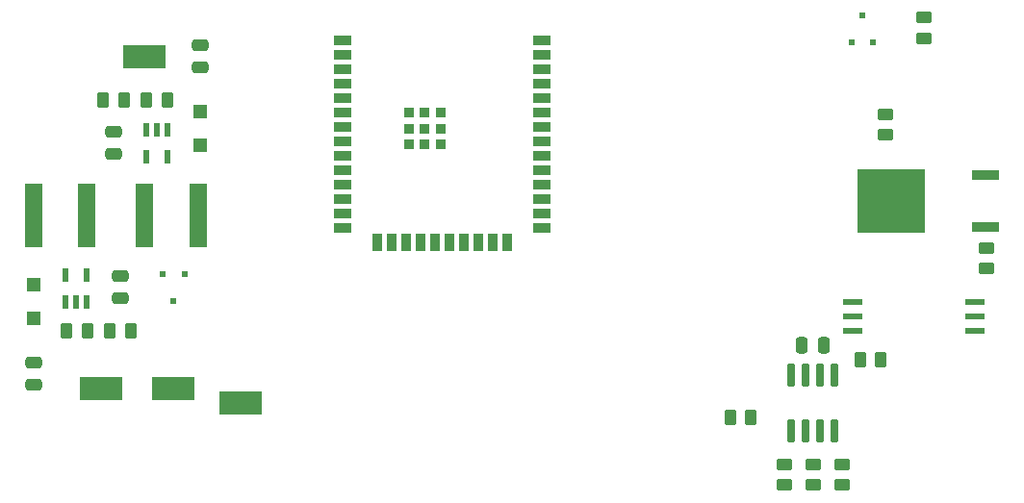
<source format=gbr>
%TF.GenerationSoftware,KiCad,Pcbnew,7.0.7*%
%TF.CreationDate,2023-09-28T17:43:59-05:00*%
%TF.ProjectId,CatLasers,4361744c-6173-4657-9273-2e6b69636164,rev?*%
%TF.SameCoordinates,Original*%
%TF.FileFunction,Paste,Top*%
%TF.FilePolarity,Positive*%
%FSLAX46Y46*%
G04 Gerber Fmt 4.6, Leading zero omitted, Abs format (unit mm)*
G04 Created by KiCad (PCBNEW 7.0.7) date 2023-09-28 17:43:59*
%MOMM*%
%LPD*%
G01*
G04 APERTURE LIST*
G04 Aperture macros list*
%AMRoundRect*
0 Rectangle with rounded corners*
0 $1 Rounding radius*
0 $2 $3 $4 $5 $6 $7 $8 $9 X,Y pos of 4 corners*
0 Add a 4 corners polygon primitive as box body*
4,1,4,$2,$3,$4,$5,$6,$7,$8,$9,$2,$3,0*
0 Add four circle primitives for the rounded corners*
1,1,$1+$1,$2,$3*
1,1,$1+$1,$4,$5*
1,1,$1+$1,$6,$7*
1,1,$1+$1,$8,$9*
0 Add four rect primitives between the rounded corners*
20,1,$1+$1,$2,$3,$4,$5,0*
20,1,$1+$1,$4,$5,$6,$7,0*
20,1,$1+$1,$6,$7,$8,$9,0*
20,1,$1+$1,$8,$9,$2,$3,0*%
G04 Aperture macros list end*
%ADD10R,1.500000X0.900000*%
%ADD11R,0.900000X1.500000*%
%ADD12R,0.900000X0.900000*%
%ADD13R,1.701800X0.558800*%
%ADD14R,3.800000X2.030000*%
%ADD15RoundRect,0.183000X-0.427000X0.437000X-0.427000X-0.437000X0.427000X-0.437000X0.427000X0.437000X0*%
%ADD16RoundRect,0.042000X0.258000X-0.943000X0.258000X0.943000X-0.258000X0.943000X-0.258000X-0.943000X0*%
%ADD17R,2.413000X0.939800*%
%ADD18R,6.019800X5.562600*%
%ADD19RoundRect,0.041300X0.253700X-0.578700X0.253700X0.578700X-0.253700X0.578700X-0.253700X-0.578700X0*%
%ADD20RoundRect,0.041300X-0.253700X0.578700X-0.253700X-0.578700X0.253700X-0.578700X0.253700X0.578700X0*%
%ADD21RoundRect,0.250000X-0.450000X0.262500X-0.450000X-0.262500X0.450000X-0.262500X0.450000X0.262500X0*%
%ADD22RoundRect,0.250000X0.450000X-0.262500X0.450000X0.262500X-0.450000X0.262500X-0.450000X-0.262500X0*%
%ADD23RoundRect,0.250000X-0.262500X-0.450000X0.262500X-0.450000X0.262500X0.450000X-0.262500X0.450000X0*%
%ADD24RoundRect,0.250000X0.262500X0.450000X-0.262500X0.450000X-0.262500X-0.450000X0.262500X-0.450000X0*%
%ADD25R,0.508000X0.508000*%
%ADD26R,1.600200X5.689600*%
%ADD27RoundRect,0.250000X-0.250000X-0.475000X0.250000X-0.475000X0.250000X0.475000X-0.250000X0.475000X0*%
%ADD28RoundRect,0.250000X0.475000X-0.250000X0.475000X0.250000X-0.475000X0.250000X-0.475000X-0.250000X0*%
G04 APERTURE END LIST*
D10*
%TO.C,U2*%
X76975000Y-29105000D03*
X76975000Y-30375000D03*
X76975000Y-31645000D03*
X76975000Y-32915000D03*
X76975000Y-34185000D03*
X76975000Y-35455000D03*
X76975000Y-36725000D03*
X76975000Y-37995000D03*
X76975000Y-39265000D03*
X76975000Y-40535000D03*
X76975000Y-41805000D03*
X76975000Y-43075000D03*
X76975000Y-44345000D03*
X76975000Y-45615000D03*
D11*
X80010000Y-46865000D03*
X81280000Y-46865000D03*
X82550000Y-46865000D03*
X83820000Y-46865000D03*
X85090000Y-46865000D03*
X86360000Y-46865000D03*
X87630000Y-46865000D03*
X88900000Y-46865000D03*
X90170000Y-46865000D03*
X91440000Y-46865000D03*
D10*
X94475000Y-45615000D03*
X94475000Y-44345000D03*
X94475000Y-43075000D03*
X94475000Y-41805000D03*
X94475000Y-40535000D03*
X94475000Y-39265000D03*
X94475000Y-37995000D03*
X94475000Y-36725000D03*
X94475000Y-35455000D03*
X94475000Y-34185000D03*
X94475000Y-32915000D03*
X94475000Y-31645000D03*
X94475000Y-30375000D03*
X94475000Y-29105000D03*
D12*
X82825000Y-35425000D03*
X84225000Y-35425000D03*
X85625000Y-35425000D03*
X82825000Y-36825000D03*
X84225000Y-36825000D03*
X85625000Y-36825000D03*
X82825000Y-38225000D03*
X84225000Y-38225000D03*
X85625000Y-38225000D03*
%TD*%
D13*
%TO.C,U4*%
X121855200Y-52070000D03*
X121855200Y-53340000D03*
X121855200Y-54610000D03*
X132624800Y-54610000D03*
X132624800Y-53340000D03*
X132624800Y-52070000D03*
%TD*%
D14*
%TO.C,VBatt*%
X62110500Y-59690000D03*
%TD*%
%TO.C,3.3V*%
X55760500Y-59690000D03*
%TD*%
%TO.C,GND*%
X68000000Y-61000000D03*
%TD*%
%TO.C,18V*%
X59570500Y-30480000D03*
%TD*%
D15*
%TO.C,D2*%
X49791500Y-50580000D03*
X49791500Y-53560000D03*
%TD*%
%TO.C,D1*%
X64460000Y-38320000D03*
X64460000Y-35340000D03*
%TD*%
D16*
%TO.C,U6*%
X116445000Y-63430000D03*
X117715000Y-63430000D03*
X118985000Y-63430000D03*
X120255000Y-63430000D03*
X120255000Y-58490000D03*
X118985000Y-58490000D03*
X117715000Y-58490000D03*
X116445000Y-58490000D03*
%TD*%
D17*
%TO.C,U5*%
X133577300Y-45480000D03*
X133577300Y-40880000D03*
D18*
X125220700Y-43180000D03*
%TD*%
D19*
%TO.C,U3*%
X52590500Y-49700000D03*
X54490500Y-49700000D03*
X54490500Y-52070000D03*
X53540500Y-52070000D03*
X52590500Y-52070000D03*
%TD*%
D20*
%TO.C,U1*%
X61600000Y-36915000D03*
X60650000Y-36915000D03*
X59700000Y-36915000D03*
X59700000Y-39285000D03*
X61600000Y-39285000D03*
%TD*%
D21*
%TO.C,R12*%
X118350000Y-66397500D03*
X118350000Y-68222500D03*
%TD*%
D22*
%TO.C,R11*%
X115810000Y-68222500D03*
X115810000Y-66397500D03*
%TD*%
D23*
%TO.C,R10*%
X111087500Y-62230000D03*
X112912500Y-62230000D03*
%TD*%
D21*
%TO.C,R9*%
X120890000Y-66397500D03*
X120890000Y-68222500D03*
%TD*%
%TO.C,R8*%
X128117500Y-27032500D03*
X128117500Y-28857500D03*
%TD*%
D23*
%TO.C,R7*%
X122517500Y-57150000D03*
X124342500Y-57150000D03*
%TD*%
D22*
%TO.C,R6*%
X133590000Y-49172500D03*
X133590000Y-47347500D03*
%TD*%
%TO.C,R5*%
X124700000Y-37385000D03*
X124700000Y-35560000D03*
%TD*%
D24*
%TO.C,R4*%
X56499000Y-54610000D03*
X58324000Y-54610000D03*
%TD*%
%TO.C,R3*%
X57752500Y-34290000D03*
X55927500Y-34290000D03*
%TD*%
%TO.C,R2*%
X61562500Y-34290000D03*
X59737500Y-34290000D03*
%TD*%
%TO.C,R1*%
X52689000Y-54610000D03*
X54514000Y-54610000D03*
%TD*%
D25*
%TO.C,FET2*%
X63060501Y-49606200D03*
X61160499Y-49606200D03*
X62110500Y-51993800D03*
%TD*%
%TO.C,FET1*%
X121767500Y-29215000D03*
X123667502Y-29215000D03*
X122717501Y-26827400D03*
%TD*%
D26*
%TO.C,L2*%
X54490500Y-44450000D03*
X49791500Y-44450000D03*
%TD*%
%TO.C,L1*%
X64269500Y-44450000D03*
X59570500Y-44450000D03*
%TD*%
D27*
%TO.C,C5*%
X117400000Y-55880000D03*
X119300000Y-55880000D03*
%TD*%
D28*
%TO.C,C4*%
X49791500Y-57470000D03*
X49791500Y-59370000D03*
%TD*%
%TO.C,C3*%
X57411500Y-49850000D03*
X57411500Y-51750000D03*
%TD*%
%TO.C,C2*%
X64460000Y-31430000D03*
X64460000Y-29530000D03*
%TD*%
%TO.C,C1*%
X56840000Y-37150000D03*
X56840000Y-39050000D03*
%TD*%
M02*

</source>
